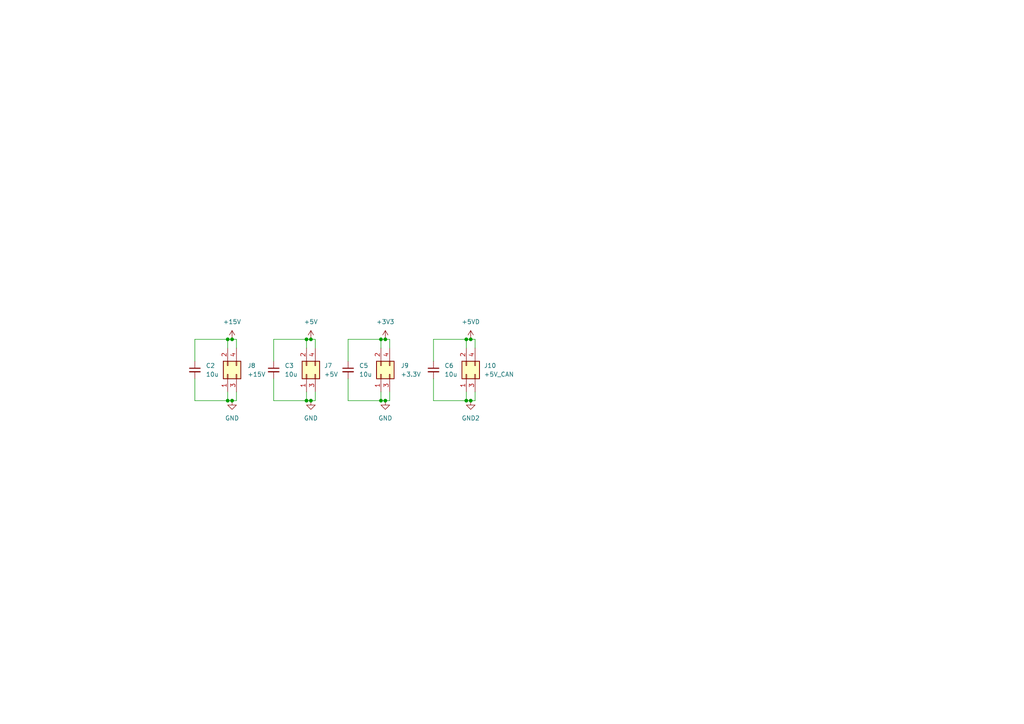
<source format=kicad_sch>
(kicad_sch (version 20211123) (generator eeschema)
  (paper "A4")
  (lib_symbols
    (symbol "Connector_Generic:Conn_02x02_Odd_Even" (pin_names (offset 1.016) hide)
      (property "Reference" "J" (at 1.27 2.54 0))
      (property "Value" "Conn_02x02_Odd_Even" (at 1.27 -5.08 0))
      (symbol "Conn_02x02_Odd_Even_1_1"
        (rectangle (start -1.27 -2.413) (end 0 -2.667) (stroke (width 0.1524)))
        (rectangle (start -1.27 0.127) (end 0 -0.127) (stroke (width 0.1524)))
        (rectangle (start -1.27 1.27) (end 3.81 -3.81) (stroke (width 0.254)) (fill (type background)))
        (rectangle (start 3.81 -2.413) (end 2.54 -2.667) (stroke (width 0.1524)))
        (rectangle (start 3.81 0.127) (end 2.54 -0.127) (stroke (width 0.1524)))
        (pin passive line (at -5.08 0 0) (length 3.81) (name "Pin_1") (number "1"))
        (pin passive line (at 7.62 0 180) (length 3.81) (name "Pin_2") (number "2"))
        (pin passive line (at -5.08 -2.54 0) (length 3.81) (name "Pin_3") (number "3"))
        (pin passive line (at 7.62 -2.54 180) (length 3.81) (name "Pin_4") (number "4"))
      )
    )
    (symbol "Device:C_Small" (pin_numbers hide) (pin_names (offset 0.254) hide)
      (property "Reference" "C" (at 0.254 1.778 0))
      (property "Value" "C_Small" (at 0.254 -2.032 0))
      (symbol "C_Small_0_1"
        (polyline (pts (xy -1.524 -0.508) (xy 1.524 -0.508)) (stroke (width 0.3302)))
        (polyline (pts (xy -1.524 0.508) (xy 1.524 0.508)) (stroke (width 0.3048)))
      )
      (symbol "C_Small_1_1"
        (pin passive line (at 0 2.54 270) (length 2.032) (name "~") (number "1"))
        (pin passive line (at 0 -2.54 90) (length 2.032) (name "~") (number "2"))
      )
    )
    (symbol "power:+15V" (power) (pin_names (offset 0))
      (property "Value" "+15V" (at 0 3.556 0))
      (symbol "+15V_0_1"
        (polyline (pts (xy -0.762 1.27) (xy 0 2.54)))
        (polyline (pts (xy 0 0) (xy 0 2.54)))
        (polyline (pts (xy 0 2.54) (xy 0.762 1.27)))
      )
      (symbol "+15V_1_1"
        (pin power_in line (at 0 0 90) (length 0) hide (name "+15V") (number "1"))
      )
    )
    (symbol "power:+3.3V" (power) (pin_names (offset 0))
      (property "Value" "+3.3V" (at 0 3.556 0))
      (symbol "+3.3V_0_1"
        (polyline (pts (xy -0.762 1.27) (xy 0 2.54)))
        (polyline (pts (xy 0 0) (xy 0 2.54)))
        (polyline (pts (xy 0 2.54) (xy 0.762 1.27)))
      )
      (symbol "+3.3V_1_1"
        (pin power_in line (at 0 0 90) (length 0) hide (name "+3V3") (number "1"))
      )
    )
    (symbol "power:+5V" (power) (pin_names (offset 0))
      (property "Value" "+5V" (at 0 3.556 0))
      (symbol "+5V_0_1"
        (polyline (pts (xy -0.762 1.27) (xy 0 2.54)))
        (polyline (pts (xy 0 0) (xy 0 2.54)))
        (polyline (pts (xy 0 2.54) (xy 0.762 1.27)))
      )
      (symbol "+5V_1_1"
        (pin power_in line (at 0 0 90) (length 0) hide (name "+5V") (number "1"))
      )
    )
    (symbol "power:+5VD" (power) (pin_names (offset 0))
      (property "Value" "+5VD" (at 0 3.556 0))
      (symbol "+5VD_0_1"
        (polyline (pts (xy -0.762 1.27) (xy 0 2.54)))
        (polyline (pts (xy 0 0) (xy 0 2.54)))
        (polyline (pts (xy 0 2.54) (xy 0.762 1.27)))
      )
      (symbol "+5VD_1_1"
        (pin power_in line (at 0 0 90) (length 0) hide (name "+5VD") (number "1"))
      )
    )
    (symbol "power:GND" (power) (pin_names (offset 0))
      (property "Value" "GND" (at 0 -3.81 0))
      (symbol "GND_0_1"
        (polyline (pts (xy 0 0) (xy 0 -1.27) (xy 1.27 -1.27) (xy 0 -2.54) (xy -1.27 -1.27) (xy 0 -1.27)))
      )
      (symbol "GND_1_1"
        (pin power_in line (at 0 0 270) (length 0) hide (name "GND") (number "1"))
      )
    )
    (symbol "power:GND2" (power) (pin_names (offset 0))
      (property "Value" "GND2" (at 0 -3.81 0))
      (symbol "GND2_0_1"
        (polyline (pts (xy 0 0) (xy 0 -1.27) (xy 1.27 -1.27) (xy 0 -2.54) (xy -1.27 -1.27) (xy 0 -1.27)))
      )
      (symbol "GND2_1_1"
        (pin power_in line (at 0 0 270) (length 0) hide (name "GND2") (number "1"))
      )
    )
  )
  (junction (at 88.9 98.425))
  (junction (at 67.31 98.425))
  (junction (at 67.31 116.205))
  (junction (at 110.49 116.205))
  (junction (at 90.17 116.205))
  (junction (at 111.76 116.205))
  (junction (at 66.04 116.205))
  (junction (at 90.17 98.425))
  (junction (at 135.255 116.205))
  (junction (at 88.9 116.205))
  (junction (at 136.525 98.425))
  (junction (at 111.76 98.425))
  (junction (at 110.49 98.425))
  (junction (at 66.04 98.425))
  (junction (at 135.255 98.425))
  (junction (at 136.525 116.205))
  (wire (pts (xy 56.515 104.775) (xy 56.515 98.425)))
  (wire (pts (xy 125.73 98.425) (xy 135.255 98.425)))
  (wire (pts (xy 125.73 116.205) (xy 135.255 116.205)))
  (wire (pts (xy 79.375 109.855) (xy 79.375 116.205)))
  (wire (pts (xy 68.58 113.665) (xy 68.58 116.205)))
  (wire (pts (xy 113.03 113.665) (xy 113.03 116.205)))
  (wire (pts (xy 100.965 98.425) (xy 110.49 98.425)))
  (wire (pts (xy 135.255 98.425) (xy 136.525 98.425)))
  (wire (pts (xy 56.515 116.205) (xy 66.04 116.205)))
  (wire (pts (xy 125.73 109.855) (xy 125.73 116.205)))
  (wire (pts (xy 91.44 116.205) (xy 90.17 116.205)))
  (wire (pts (xy 113.03 100.965) (xy 113.03 98.425)))
  (wire (pts (xy 100.965 116.205) (xy 110.49 116.205)))
  (wire (pts (xy 79.375 116.205) (xy 88.9 116.205)))
  (wire (pts (xy 88.9 100.965) (xy 88.9 98.425)))
  (wire (pts (xy 110.49 113.665) (xy 110.49 116.205)))
  (wire (pts (xy 66.04 100.965) (xy 66.04 98.425)))
  (wire (pts (xy 137.795 100.965) (xy 137.795 98.425)))
  (wire (pts (xy 113.03 116.205) (xy 111.76 116.205)))
  (wire (pts (xy 137.795 113.665) (xy 137.795 116.205)))
  (wire (pts (xy 100.965 109.855) (xy 100.965 116.205)))
  (wire (pts (xy 136.525 98.425) (xy 137.795 98.425)))
  (wire (pts (xy 110.49 100.965) (xy 110.49 98.425)))
  (wire (pts (xy 135.255 113.665) (xy 135.255 116.205)))
  (wire (pts (xy 136.525 116.205) (xy 137.795 116.205)))
  (wire (pts (xy 66.04 98.425) (xy 67.31 98.425)))
  (wire (pts (xy 135.255 116.205) (xy 136.525 116.205)))
  (wire (pts (xy 66.04 113.665) (xy 66.04 116.205)))
  (wire (pts (xy 91.44 100.965) (xy 91.44 98.425)))
  (wire (pts (xy 110.49 116.205) (xy 111.76 116.205)))
  (wire (pts (xy 91.44 113.665) (xy 91.44 116.205)))
  (wire (pts (xy 66.04 116.205) (xy 67.31 116.205)))
  (wire (pts (xy 110.49 98.425) (xy 111.76 98.425)))
  (wire (pts (xy 113.03 98.425) (xy 111.76 98.425)))
  (wire (pts (xy 88.9 116.205) (xy 90.17 116.205)))
  (wire (pts (xy 88.9 113.665) (xy 88.9 116.205)))
  (wire (pts (xy 90.17 98.425) (xy 91.44 98.425)))
  (wire (pts (xy 135.255 100.965) (xy 135.255 98.425)))
  (wire (pts (xy 56.515 109.855) (xy 56.515 116.205)))
  (wire (pts (xy 79.375 98.425) (xy 88.9 98.425)))
  (wire (pts (xy 79.375 104.775) (xy 79.375 98.425)))
  (wire (pts (xy 68.58 116.205) (xy 67.31 116.205)))
  (wire (pts (xy 125.73 104.775) (xy 125.73 98.425)))
  (wire (pts (xy 67.31 98.425) (xy 68.58 98.425)))
  (wire (pts (xy 88.9 98.425) (xy 90.17 98.425)))
  (wire (pts (xy 56.515 98.425) (xy 66.04 98.425)))
  (wire (pts (xy 100.965 104.775) (xy 100.965 98.425)))
  (wire (pts (xy 68.58 100.965) (xy 68.58 98.425)))
  (symbol (lib_id "power:GND") (at 67.31 116.205 0) (unit 1)
    (property "Reference" "#PWR0103" (effects hide))
    (property "Value" "GND" (at 67.31 121.285 0))
  )
  (symbol (lib_id "power:GND2") (at 136.525 116.205 0) (unit 1)
    (property "Reference" "#PWR0105" (effects hide))
    (property "Value" "GND2" (at 136.525 121.285 0))
  )
  (symbol (lib_id "power:+15V") (at 67.31 98.425 0) (unit 1)
    (property "Reference" "#PWR0102" (effects hide))
    (property "Value" "+15V" (at 67.31 93.345 0))
  )
  (symbol (lib_id "Connector_Generic:Conn_02x02_Odd_Even") (at 110.49 108.585 90) (unit 1)
    (property "Reference" "J9" (at 116.205 106.0449 90) (effects (justify right)))
    (property "Value" "+3.3V" (at 116.205 108.5849 90) (effects (justify right)))
    (property "Footprint" "Connector_Molex:Molex_Micro-Fit_3.0_43045-0400_2x02_P3.00mm_Horizontal" (effects hide))
  )
  (symbol (lib_id "power:GND") (at 90.17 116.205 0) (unit 1)
    (property "Reference" "#PWR0101" (effects hide))
    (property "Value" "GND" (at 90.17 121.285 0))
  )
  (symbol (lib_id "Connector_Generic:Conn_02x02_Odd_Even") (at 88.9 108.585 90) (unit 1)
    (property "Reference" "J7" (at 93.98 106.0449 90) (effects (justify right)))
    (property "Value" "+5V" (at 93.98 108.5849 90) (effects (justify right)))
    (property "Footprint" "Connector_Molex:Molex_Micro-Fit_3.0_43045-0400_2x02_P3.00mm_Horizontal" (effects hide))
  )
  (symbol (lib_id "power:+3.3V") (at 111.76 98.425 0) (unit 1)
    (property "Reference" "#PWR0108" (effects hide))
    (property "Value" "+3.3V" (at 111.76 93.345 0))
  )
  (symbol (lib_id "Device:C_Small") (at 125.73 107.315 0) (unit 1)
    (property "Reference" "C6" (at 128.905 106.0512 0) (effects (justify left)))
    (property "Value" "10u" (at 128.905 108.5912 0) (effects (justify left)))
    (property "Footprint" "Capacitor_SMD:C_1210_3225Metric_Pad1.33x2.70mm_HandSolder" (effects hide))
  )
  (symbol (lib_id "power:GND") (at 111.76 116.205 0) (unit 1)
    (property "Reference" "#PWR0107" (effects hide))
    (property "Value" "GND" (at 111.76 121.285 0))
  )
  (symbol (lib_id "Device:C_Small") (at 56.515 107.315 0) (unit 1)
    (property "Reference" "C2" (at 59.69 106.0512 0) (effects (justify left)))
    (property "Value" "10u" (at 59.69 108.5912 0) (effects (justify left)))
    (property "Footprint" "Capacitor_SMD:C_1210_3225Metric_Pad1.33x2.70mm_HandSolder" (effects hide))
  )
  (symbol (lib_id "Connector_Generic:Conn_02x02_Odd_Even") (at 66.04 108.585 90) (unit 1)
    (property "Reference" "J8" (at 71.755 106.0449 90) (effects (justify right)))
    (property "Value" "+15V" (at 71.755 108.5849 90) (effects (justify right)))
    (property "Footprint" "Connector_Molex:Molex_Micro-Fit_3.0_43045-0400_2x02_P3.00mm_Horizontal" (effects hide))
  )
  (symbol (lib_id "power:+5V") (at 90.17 98.425 0) (unit 1)
    (property "Reference" "#PWR0104" (effects hide))
    (property "Value" "+5V" (at 90.17 93.345 0))
  )
  (symbol (lib_id "power:+5VD") (at 136.525 98.425 0) (unit 1)
    (property "Reference" "#PWR0106" (effects hide))
    (property "Value" "+5VD" (at 136.525 93.345 0))
  )
  (symbol (lib_id "Connector_Generic:Conn_02x02_Odd_Even") (at 135.255 108.585 90) (unit 1)
    (property "Reference" "J10" (at 140.335 106.0449 90) (effects (justify right)))
    (property "Value" "+5V_CAN" (at 140.335 108.5849 90) (effects (justify right)))
    (property "Footprint" "Connector_Molex:Molex_Micro-Fit_3.0_43045-0400_2x02_P3.00mm_Horizontal" (effects hide))
  )
  (symbol (lib_id "Device:C_Small") (at 100.965 107.315 0) (unit 1)
    (property "Reference" "C5" (at 104.14 106.0512 0) (effects (justify left)))
    (property "Value" "10u" (at 104.14 108.5912 0) (effects (justify left)))
    (property "Footprint" "Capacitor_SMD:C_1210_3225Metric_Pad1.33x2.70mm_HandSolder" (effects hide))
  )
  (symbol (lib_id "Device:C_Small") (at 79.375 107.315 0) (unit 1)
    (property "Reference" "C3" (at 82.55 106.0512 0) (effects (justify left)))
    (property "Value" "10u" (at 82.55 108.5912 0) (effects (justify left)))
    (property "Footprint" "Capacitor_SMD:C_1210_3225Metric_Pad1.33x2.70mm_HandSolder" (effects hide))
  )
)
</source>
